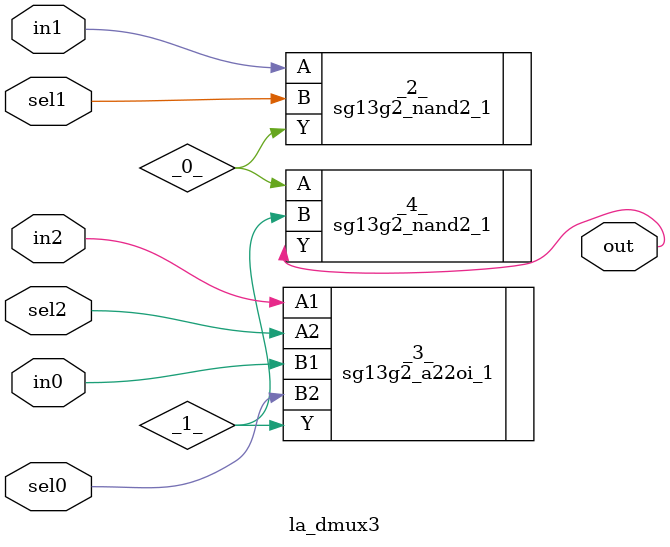
<source format=v>

/* Generated by Yosys 0.44 (git sha1 80ba43d26, g++ 11.4.0-1ubuntu1~22.04 -fPIC -O3) */

(* top =  1  *)
(* src = "generated" *)
module la_dmux3 (
    sel0,
    sel1,
    sel2,
    in0,
    in1,
    in2,
    out
);
  wire _0_;
  wire _1_;
  (* src = "generated" *)
  input in0;
  wire in0;
  (* src = "generated" *)
  input in1;
  wire in1;
  (* src = "generated" *)
  input in2;
  wire in2;
  (* src = "generated" *)
  output out;
  wire out;
  (* src = "generated" *)
  input sel0;
  wire sel0;
  (* src = "generated" *)
  input sel1;
  wire sel1;
  (* src = "generated" *)
  input sel2;
  wire sel2;
  sg13g2_nand2_1 _2_ (
      .A(in1),
      .B(sel1),
      .Y(_0_)
  );
  sg13g2_a22oi_1 _3_ (
      .A1(in2),
      .A2(sel2),
      .B1(in0),
      .B2(sel0),
      .Y (_1_)
  );
  sg13g2_nand2_1 _4_ (
      .A(_0_),
      .B(_1_),
      .Y(out)
  );
endmodule

</source>
